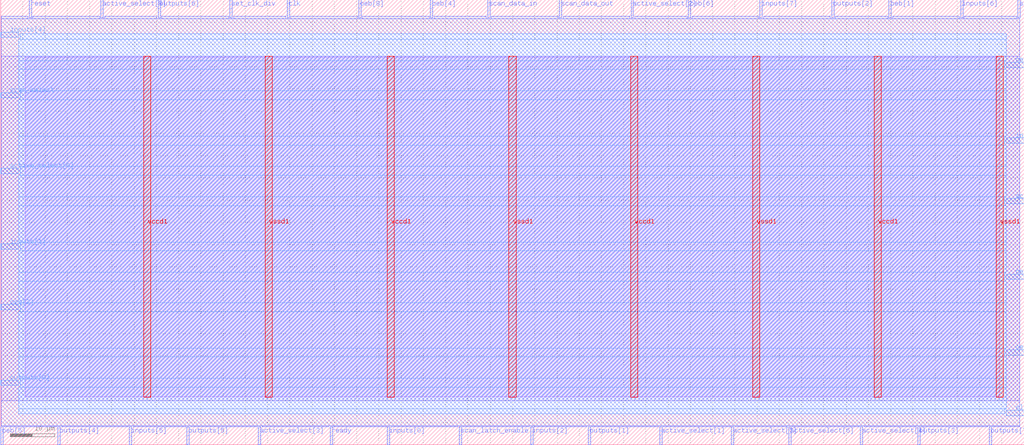
<source format=lef>
VERSION 5.7 ;
  NOWIREEXTENSIONATPIN ON ;
  DIVIDERCHAR "/" ;
  BUSBITCHARS "[]" ;
MACRO scan_controller
  CLASS BLOCK ;
  FOREIGN scan_controller ;
  ORIGIN 0.000 0.000 ;
  SIZE 230.000 BY 100.000 ;
  PIN active_select[0]
    DIRECTION INPUT ;
    USE SIGNAL ;
    PORT
      LAYER met3 ;
        RECT 0.000 60.940 4.000 62.140 ;
    END
  END active_select[0]
  PIN active_select[1]
    DIRECTION INPUT ;
    USE SIGNAL ;
    PORT
      LAYER met2 ;
        RECT 148.070 0.000 148.630 4.000 ;
    END
  END active_select[1]
  PIN active_select[2]
    DIRECTION INPUT ;
    USE SIGNAL ;
    PORT
      LAYER met2 ;
        RECT 141.630 96.000 142.190 100.000 ;
    END
  END active_select[2]
  PIN active_select[3]
    DIRECTION INPUT ;
    USE SIGNAL ;
    PORT
      LAYER met2 ;
        RECT 57.910 0.000 58.470 4.000 ;
    END
  END active_select[3]
  PIN active_select[4]
    DIRECTION INPUT ;
    USE SIGNAL ;
    PORT
      LAYER met2 ;
        RECT 193.150 0.000 193.710 4.000 ;
    END
  END active_select[4]
  PIN active_select[5]
    DIRECTION INPUT ;
    USE SIGNAL ;
    PORT
      LAYER met2 ;
        RECT 22.490 96.000 23.050 100.000 ;
    END
  END active_select[5]
  PIN active_select[6]
    DIRECTION INPUT ;
    USE SIGNAL ;
    PORT
      LAYER met2 ;
        RECT 177.050 0.000 177.610 4.000 ;
    END
  END active_select[6]
  PIN active_select[7]
    DIRECTION INPUT ;
    USE SIGNAL ;
    PORT
      LAYER met2 ;
        RECT 164.170 0.000 164.730 4.000 ;
    END
  END active_select[7]
  PIN active_select[8]
    DIRECTION INPUT ;
    USE SIGNAL ;
    PORT
      LAYER met3 ;
        RECT 226.000 54.140 230.000 55.340 ;
    END
  END active_select[8]
  PIN clk
    DIRECTION INPUT ;
    USE SIGNAL ;
    PORT
      LAYER met2 ;
        RECT 64.350 96.000 64.910 100.000 ;
    END
  END clk
  PIN inputs[0]
    DIRECTION INPUT ;
    USE SIGNAL ;
    PORT
      LAYER met2 ;
        RECT 86.890 0.000 87.450 4.000 ;
    END
  END inputs[0]
  PIN inputs[1]
    DIRECTION INPUT ;
    USE SIGNAL ;
    PORT
      LAYER met3 ;
        RECT 0.000 43.940 4.000 45.140 ;
    END
  END inputs[1]
  PIN inputs[2]
    DIRECTION INPUT ;
    USE SIGNAL ;
    PORT
      LAYER met2 ;
        RECT 119.090 0.000 119.650 4.000 ;
    END
  END inputs[2]
  PIN inputs[3]
    DIRECTION INPUT ;
    USE SIGNAL ;
    PORT
      LAYER met3 ;
        RECT 226.000 67.740 230.000 68.940 ;
    END
  END inputs[3]
  PIN inputs[4]
    DIRECTION INPUT ;
    USE SIGNAL ;
    PORT
      LAYER met3 ;
        RECT 0.000 91.540 4.000 92.740 ;
    END
  END inputs[4]
  PIN inputs[5]
    DIRECTION INPUT ;
    USE SIGNAL ;
    PORT
      LAYER met2 ;
        RECT 28.930 0.000 29.490 4.000 ;
    END
  END inputs[5]
  PIN inputs[6]
    DIRECTION INPUT ;
    USE SIGNAL ;
    PORT
      LAYER met2 ;
        RECT 215.690 96.000 216.250 100.000 ;
    END
  END inputs[6]
  PIN inputs[7]
    DIRECTION INPUT ;
    USE SIGNAL ;
    PORT
      LAYER met2 ;
        RECT 170.610 96.000 171.170 100.000 ;
    END
  END inputs[7]
  PIN oeb[0]
    DIRECTION OUTPUT TRISTATE ;
    USE SIGNAL ;
    PORT
      LAYER met3 ;
        RECT 226.000 20.140 230.000 21.340 ;
    END
  END oeb[0]
  PIN oeb[1]
    DIRECTION OUTPUT TRISTATE ;
    USE SIGNAL ;
    PORT
      LAYER met2 ;
        RECT 199.590 96.000 200.150 100.000 ;
    END
  END oeb[1]
  PIN oeb[2]
    DIRECTION OUTPUT TRISTATE ;
    USE SIGNAL ;
    PORT
      LAYER met3 ;
        RECT 0.000 30.340 4.000 31.540 ;
    END
  END oeb[2]
  PIN oeb[3]
    DIRECTION OUTPUT TRISTATE ;
    USE SIGNAL ;
    PORT
      LAYER met3 ;
        RECT 226.000 84.740 230.000 85.940 ;
    END
  END oeb[3]
  PIN oeb[4]
    DIRECTION OUTPUT TRISTATE ;
    USE SIGNAL ;
    PORT
      LAYER met2 ;
        RECT 96.550 96.000 97.110 100.000 ;
    END
  END oeb[4]
  PIN oeb[5]
    DIRECTION OUTPUT TRISTATE ;
    USE SIGNAL ;
    PORT
      LAYER met2 ;
        RECT -0.050 0.000 0.510 4.000 ;
    END
  END oeb[5]
  PIN oeb[6]
    DIRECTION OUTPUT TRISTATE ;
    USE SIGNAL ;
    PORT
      LAYER met2 ;
        RECT 154.510 96.000 155.070 100.000 ;
    END
  END oeb[6]
  PIN oeb[7]
    DIRECTION OUTPUT TRISTATE ;
    USE SIGNAL ;
    PORT
      LAYER met3 ;
        RECT 226.000 37.140 230.000 38.340 ;
    END
  END oeb[7]
  PIN oeb[8]
    DIRECTION OUTPUT TRISTATE ;
    USE SIGNAL ;
    PORT
      LAYER met2 ;
        RECT 80.450 96.000 81.010 100.000 ;
    END
  END oeb[8]
  PIN outputs[0]
    DIRECTION OUTPUT TRISTATE ;
    USE SIGNAL ;
    PORT
      LAYER met3 ;
        RECT 0.000 13.340 4.000 14.540 ;
    END
  END outputs[0]
  PIN outputs[1]
    DIRECTION OUTPUT TRISTATE ;
    USE SIGNAL ;
    PORT
      LAYER met2 ;
        RECT 131.970 0.000 132.530 4.000 ;
    END
  END outputs[1]
  PIN outputs[2]
    DIRECTION OUTPUT TRISTATE ;
    USE SIGNAL ;
    PORT
      LAYER met2 ;
        RECT 186.710 96.000 187.270 100.000 ;
    END
  END outputs[2]
  PIN outputs[3]
    DIRECTION OUTPUT TRISTATE ;
    USE SIGNAL ;
    PORT
      LAYER met2 ;
        RECT 206.030 0.000 206.590 4.000 ;
    END
  END outputs[3]
  PIN outputs[4]
    DIRECTION OUTPUT TRISTATE ;
    USE SIGNAL ;
    PORT
      LAYER met2 ;
        RECT 12.830 0.000 13.390 4.000 ;
    END
  END outputs[4]
  PIN outputs[5]
    DIRECTION OUTPUT TRISTATE ;
    USE SIGNAL ;
    PORT
      LAYER met2 ;
        RECT 41.810 0.000 42.370 4.000 ;
    END
  END outputs[5]
  PIN outputs[6]
    DIRECTION OUTPUT TRISTATE ;
    USE SIGNAL ;
    PORT
      LAYER met2 ;
        RECT 35.370 96.000 35.930 100.000 ;
    END
  END outputs[6]
  PIN outputs[7]
    DIRECTION OUTPUT TRISTATE ;
    USE SIGNAL ;
    PORT
      LAYER met2 ;
        RECT 222.130 0.000 222.690 4.000 ;
    END
  END outputs[7]
  PIN ready
    DIRECTION OUTPUT TRISTATE ;
    USE SIGNAL ;
    PORT
      LAYER met2 ;
        RECT 74.010 0.000 74.570 4.000 ;
    END
  END ready
  PIN reset
    DIRECTION INPUT ;
    USE SIGNAL ;
    PORT
      LAYER met2 ;
        RECT 6.390 96.000 6.950 100.000 ;
    END
  END reset
  PIN scan_clk
    DIRECTION OUTPUT TRISTATE ;
    USE SIGNAL ;
    PORT
      LAYER met2 ;
        RECT 228.570 96.000 229.130 100.000 ;
    END
  END scan_clk
  PIN scan_data_in
    DIRECTION INPUT ;
    USE SIGNAL ;
    PORT
      LAYER met2 ;
        RECT 109.430 96.000 109.990 100.000 ;
    END
  END scan_data_in
  PIN scan_data_out
    DIRECTION OUTPUT TRISTATE ;
    USE SIGNAL ;
    PORT
      LAYER met2 ;
        RECT 125.530 96.000 126.090 100.000 ;
    END
  END scan_data_out
  PIN scan_latch_enable
    DIRECTION OUTPUT TRISTATE ;
    USE SIGNAL ;
    PORT
      LAYER met2 ;
        RECT 102.990 0.000 103.550 4.000 ;
    END
  END scan_latch_enable
  PIN scan_select
    DIRECTION OUTPUT TRISTATE ;
    USE SIGNAL ;
    PORT
      LAYER met3 ;
        RECT 0.000 77.940 4.000 79.140 ;
    END
  END scan_select
  PIN set_clk_div
    DIRECTION INPUT ;
    USE SIGNAL ;
    PORT
      LAYER met2 ;
        RECT 51.470 96.000 52.030 100.000 ;
    END
  END set_clk_div
  PIN slow_clk
    DIRECTION OUTPUT TRISTATE ;
    USE SIGNAL ;
    PORT
      LAYER met3 ;
        RECT 226.000 6.540 230.000 7.740 ;
    END
  END slow_clk
  PIN vccd1
    DIRECTION INOUT ;
    USE POWER ;
    PORT
      LAYER met4 ;
        RECT 32.090 10.640 33.690 87.280 ;
    END
    PORT
      LAYER met4 ;
        RECT 86.830 10.640 88.430 87.280 ;
    END
    PORT
      LAYER met4 ;
        RECT 141.570 10.640 143.170 87.280 ;
    END
    PORT
      LAYER met4 ;
        RECT 196.310 10.640 197.910 87.280 ;
    END
  END vccd1
  PIN vssd1
    DIRECTION INOUT ;
    USE GROUND ;
    PORT
      LAYER met4 ;
        RECT 59.460 10.640 61.060 87.280 ;
    END
    PORT
      LAYER met4 ;
        RECT 114.200 10.640 115.800 87.280 ;
    END
    PORT
      LAYER met4 ;
        RECT 168.940 10.640 170.540 87.280 ;
    END
    PORT
      LAYER met4 ;
        RECT 223.680 10.640 225.280 87.280 ;
    END
  END vssd1
  OBS
      LAYER li1 ;
        RECT 5.520 10.795 224.480 87.125 ;
      LAYER met1 ;
        RECT 0.070 9.900 229.010 87.280 ;
      LAYER met2 ;
        RECT 0.100 95.720 6.110 96.290 ;
        RECT 7.230 95.720 22.210 96.290 ;
        RECT 23.330 95.720 35.090 96.290 ;
        RECT 36.210 95.720 51.190 96.290 ;
        RECT 52.310 95.720 64.070 96.290 ;
        RECT 65.190 95.720 80.170 96.290 ;
        RECT 81.290 95.720 96.270 96.290 ;
        RECT 97.390 95.720 109.150 96.290 ;
        RECT 110.270 95.720 125.250 96.290 ;
        RECT 126.370 95.720 141.350 96.290 ;
        RECT 142.470 95.720 154.230 96.290 ;
        RECT 155.350 95.720 170.330 96.290 ;
        RECT 171.450 95.720 186.430 96.290 ;
        RECT 187.550 95.720 199.310 96.290 ;
        RECT 200.430 95.720 215.410 96.290 ;
        RECT 216.530 95.720 228.290 96.290 ;
        RECT 0.100 4.280 228.980 95.720 ;
        RECT 0.790 4.000 12.550 4.280 ;
        RECT 13.670 4.000 28.650 4.280 ;
        RECT 29.770 4.000 41.530 4.280 ;
        RECT 42.650 4.000 57.630 4.280 ;
        RECT 58.750 4.000 73.730 4.280 ;
        RECT 74.850 4.000 86.610 4.280 ;
        RECT 87.730 4.000 102.710 4.280 ;
        RECT 103.830 4.000 118.810 4.280 ;
        RECT 119.930 4.000 131.690 4.280 ;
        RECT 132.810 4.000 147.790 4.280 ;
        RECT 148.910 4.000 163.890 4.280 ;
        RECT 165.010 4.000 176.770 4.280 ;
        RECT 177.890 4.000 192.870 4.280 ;
        RECT 193.990 4.000 205.750 4.280 ;
        RECT 206.870 4.000 221.850 4.280 ;
        RECT 222.970 4.000 228.980 4.280 ;
      LAYER met3 ;
        RECT 4.400 91.140 226.010 92.305 ;
        RECT 4.000 86.340 226.010 91.140 ;
        RECT 4.000 84.340 225.600 86.340 ;
        RECT 4.000 79.540 226.010 84.340 ;
        RECT 4.400 77.540 226.010 79.540 ;
        RECT 4.000 69.340 226.010 77.540 ;
        RECT 4.000 67.340 225.600 69.340 ;
        RECT 4.000 62.540 226.010 67.340 ;
        RECT 4.400 60.540 226.010 62.540 ;
        RECT 4.000 55.740 226.010 60.540 ;
        RECT 4.000 53.740 225.600 55.740 ;
        RECT 4.000 45.540 226.010 53.740 ;
        RECT 4.400 43.540 226.010 45.540 ;
        RECT 4.000 38.740 226.010 43.540 ;
        RECT 4.000 36.740 225.600 38.740 ;
        RECT 4.000 31.940 226.010 36.740 ;
        RECT 4.400 29.940 226.010 31.940 ;
        RECT 4.000 21.740 226.010 29.940 ;
        RECT 4.000 19.740 225.600 21.740 ;
        RECT 4.000 14.940 226.010 19.740 ;
        RECT 4.400 12.940 226.010 14.940 ;
        RECT 4.000 8.140 226.010 12.940 ;
        RECT 4.000 6.975 225.600 8.140 ;
  END
END scan_controller
END LIBRARY


</source>
